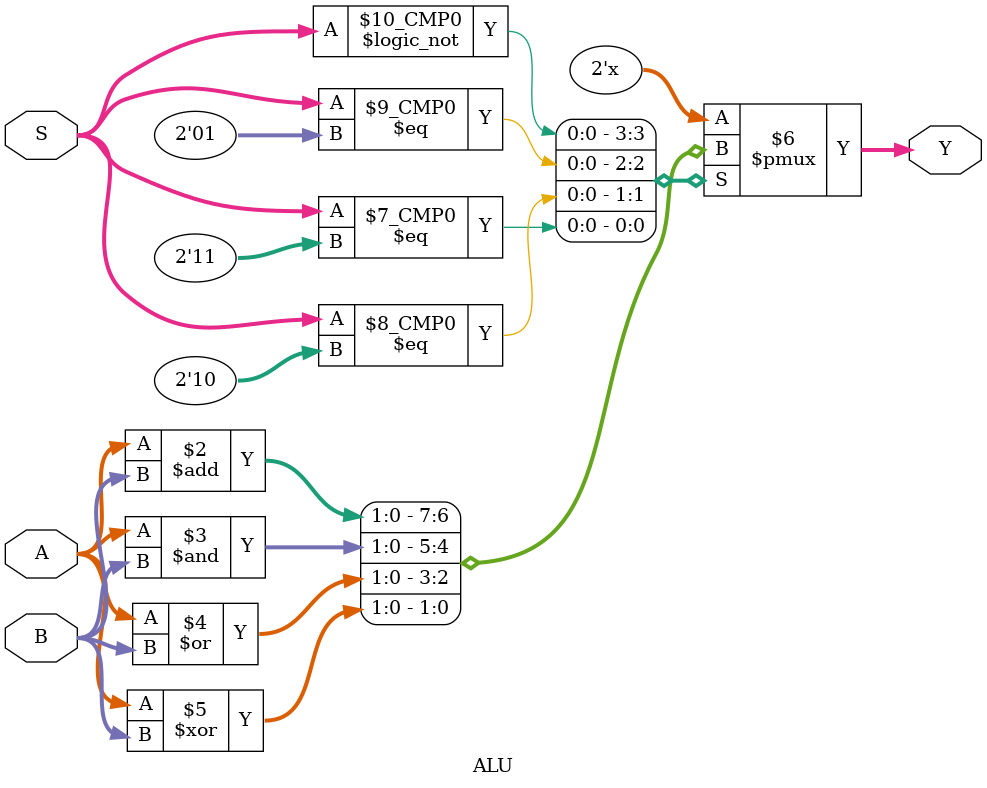
<source format=v>
module ALU(A,B,S,Y);
input [1:0]A,B,S;
output reg [1:0]Y;

always@*
begin
case(S)
2'b00:Y=A+B;
2'b01:Y=A&B;
2'b10:Y=A|B;
2'b11:Y=A^B;
endcase
end
endmodule

</source>
